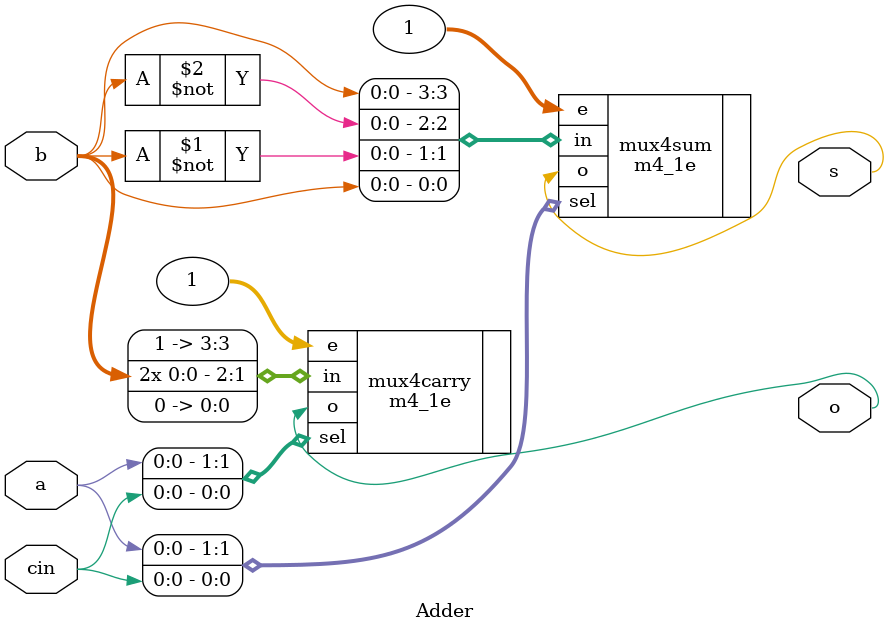
<source format=v>
`timescale 1ns / 1ps


module Adder(
    input a,
    input cin,
    input b,
    
    output o, // carryout
    output s // sum
    );
    
    m4_1e mux4sum( .in({b,~b,~b,b}), .sel({a,cin}), .e(1), .o(s) );
    m4_1e mux4carry( .in({1'b1,b,b,1'b0}), .sel({a,cin}), .e(1), .o(o) );
    
endmodule

</source>
